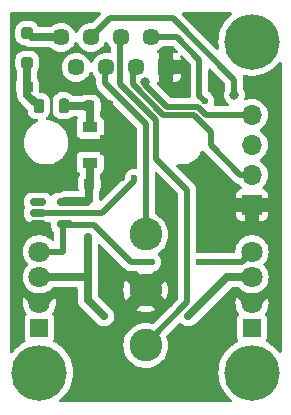
<source format=gbr>
%TF.GenerationSoftware,KiCad,Pcbnew,7.0.10*%
%TF.CreationDate,2025-01-30T23:30:39+01:00*%
%TF.ProjectId,Panel,50616e65-6c2e-46b6-9963-61645f706362,rev?*%
%TF.SameCoordinates,Original*%
%TF.FileFunction,Copper,L1,Top*%
%TF.FilePolarity,Positive*%
%FSLAX46Y46*%
G04 Gerber Fmt 4.6, Leading zero omitted, Abs format (unit mm)*
G04 Created by KiCad (PCBNEW 7.0.10) date 2025-01-30 23:30:39*
%MOMM*%
%LPD*%
G01*
G04 APERTURE LIST*
G04 Aperture macros list*
%AMRoundRect*
0 Rectangle with rounded corners*
0 $1 Rounding radius*
0 $2 $3 $4 $5 $6 $7 $8 $9 X,Y pos of 4 corners*
0 Add a 4 corners polygon primitive as box body*
4,1,4,$2,$3,$4,$5,$6,$7,$8,$9,$2,$3,0*
0 Add four circle primitives for the rounded corners*
1,1,$1+$1,$2,$3*
1,1,$1+$1,$4,$5*
1,1,$1+$1,$6,$7*
1,1,$1+$1,$8,$9*
0 Add four rect primitives between the rounded corners*
20,1,$1+$1,$2,$3,$4,$5,0*
20,1,$1+$1,$4,$5,$6,$7,0*
20,1,$1+$1,$6,$7,$8,$9,0*
20,1,$1+$1,$8,$9,$2,$3,0*%
%AMFreePoly0*
4,1,9,3.862500,-0.866500,0.737500,-0.866500,0.737500,-0.450000,-0.737500,-0.450000,-0.737500,0.450000,0.737500,0.450000,0.737500,0.866500,3.862500,0.866500,3.862500,-0.866500,3.862500,-0.866500,$1*%
G04 Aperture macros list end*
%TA.AperFunction,ComponentPad*%
%ADD10R,1.500000X1.500000*%
%TD*%
%TA.AperFunction,ComponentPad*%
%ADD11C,1.800000*%
%TD*%
%TA.AperFunction,ComponentPad*%
%ADD12C,2.775000*%
%TD*%
%TA.AperFunction,ComponentPad*%
%ADD13C,4.700000*%
%TD*%
%TA.AperFunction,SMDPad,CuDef*%
%ADD14R,1.300000X0.900000*%
%TD*%
%TA.AperFunction,SMDPad,CuDef*%
%ADD15FreePoly0,0.000000*%
%TD*%
%TA.AperFunction,SMDPad,CuDef*%
%ADD16RoundRect,0.250000X0.250000X-0.250000X0.250000X0.250000X-0.250000X0.250000X-0.250000X-0.250000X0*%
%TD*%
%TA.AperFunction,SMDPad,CuDef*%
%ADD17RoundRect,0.218750X-0.218750X-0.381250X0.218750X-0.381250X0.218750X0.381250X-0.218750X0.381250X0*%
%TD*%
%TA.AperFunction,SMDPad,CuDef*%
%ADD18RoundRect,0.225000X-0.225000X-0.250000X0.225000X-0.250000X0.225000X0.250000X-0.225000X0.250000X0*%
%TD*%
%TA.AperFunction,SMDPad,CuDef*%
%ADD19RoundRect,0.150000X-0.512500X-0.150000X0.512500X-0.150000X0.512500X0.150000X-0.512500X0.150000X0*%
%TD*%
%TA.AperFunction,ComponentPad*%
%ADD20R,1.700000X1.700000*%
%TD*%
%TA.AperFunction,ComponentPad*%
%ADD21O,1.700000X1.700000*%
%TD*%
%TA.AperFunction,ComponentPad*%
%ADD22R,1.446000X1.446000*%
%TD*%
%TA.AperFunction,ComponentPad*%
%ADD23C,1.446000*%
%TD*%
%TA.AperFunction,ViaPad*%
%ADD24C,0.600000*%
%TD*%
%TA.AperFunction,ViaPad*%
%ADD25C,0.800000*%
%TD*%
%TA.AperFunction,Conductor*%
%ADD26C,0.700000*%
%TD*%
%TA.AperFunction,Conductor*%
%ADD27C,0.500000*%
%TD*%
G04 APERTURE END LIST*
D10*
%TO.P,D3,1,DO*%
%TO.N,unconnected-(D3-DO-Pad1)*%
X171000000Y-94238500D03*
D11*
%TO.P,D3,2,GND*%
%TO.N,GND1*%
X171000000Y-92079500D03*
%TO.P,D3,3,VDD*%
%TO.N,+5V*%
X171000000Y-89920500D03*
%TO.P,D3,4,DI*%
%TO.N,OUT_1*%
X171000000Y-87761500D03*
%TD*%
D10*
%TO.P,D1,1,DO*%
%TO.N,unconnected-(D1-DO-Pad1)*%
X153000000Y-94238500D03*
D11*
%TO.P,D1,2,GND*%
%TO.N,GND1*%
X153000000Y-92079500D03*
%TO.P,D1,3,VDD*%
%TO.N,+5V*%
X153000000Y-89920500D03*
%TO.P,D1,4,DI*%
%TO.N,OUT_1*%
X153000000Y-87761500D03*
%TD*%
D12*
%TO.P,S1,1,NO*%
%TO.N,IN1*%
X162000000Y-95700000D03*
%TO.P,S1,2,COM*%
%TO.N,GND1*%
X162000000Y-91000000D03*
%TO.P,S1,3,NO*%
%TO.N,IN2*%
X162000000Y-86300000D03*
%TD*%
D13*
%TO.P,H3,1*%
%TO.N,N/C*%
X171000000Y-98000000D03*
%TD*%
D14*
%TO.P,U1,1,VIN*%
%TO.N,Net-(U1-VIN)*%
X157300000Y-77239000D03*
D15*
%TO.P,U1,2,GND*%
%TO.N,GND1*%
X157387500Y-78739000D03*
D14*
%TO.P,U1,3,VOUT*%
%TO.N,+5V*%
X157300000Y-80239000D03*
%TD*%
D16*
%TO.P,D2,1,K*%
%TO.N,Net-(D2-K)*%
X151970000Y-71750000D03*
%TO.P,D2,2,A*%
%TO.N,V_IN*%
X151970000Y-69250000D03*
%TD*%
D17*
%TO.P,L1,1,1*%
%TO.N,Net-(D2-K)*%
X152937500Y-75438000D03*
%TO.P,L1,2,2*%
%TO.N,Net-(U1-VIN)*%
X155062500Y-75438000D03*
%TD*%
D18*
%TO.P,C2,1*%
%TO.N,+5V*%
X157225000Y-82000000D03*
%TO.P,C2,2*%
%TO.N,GND1*%
X158775000Y-82000000D03*
%TD*%
%TO.P,C3,1*%
%TO.N,Net-(D2-K)*%
X151998000Y-73787000D03*
%TO.P,C3,2*%
%TO.N,GND1*%
X153548000Y-73787000D03*
%TD*%
D13*
%TO.P,H1,1*%
%TO.N,N/C*%
X171000000Y-70000000D03*
%TD*%
D19*
%TO.P,U2,1,NC*%
%TO.N,unconnected-(U2-NC-Pad1)*%
X152862500Y-83550000D03*
%TO.P,U2,2,A*%
%TO.N,OUT1*%
X152862500Y-84500000D03*
%TO.P,U2,3,GND*%
%TO.N,GND1*%
X152862500Y-85450000D03*
%TO.P,U2,4,Y*%
%TO.N,OUT_1*%
X155137500Y-85450000D03*
%TO.P,U2,5,VCC*%
%TO.N,+5V*%
X155137500Y-83550000D03*
%TD*%
D13*
%TO.P,H2,1*%
%TO.N,N/C*%
X153000000Y-98000000D03*
%TD*%
D18*
%TO.P,C1,1*%
%TO.N,Net-(U1-VIN)*%
X157225000Y-75438000D03*
%TO.P,C1,2*%
%TO.N,GND1*%
X158775000Y-75438000D03*
%TD*%
D20*
%TO.P,J2,1,Pin_1*%
%TO.N,GND1*%
X171000000Y-83800000D03*
D21*
%TO.P,J2,2,Pin_2*%
%TO.N,OUT2*%
X171000000Y-81260000D03*
%TO.P,J2,3,Pin_3*%
%TO.N,IN3*%
X171000000Y-78720000D03*
%TO.P,J2,4,Pin_4*%
%TO.N,IN4*%
X171000000Y-76180000D03*
%TD*%
D22*
%TO.P,J1,1*%
%TO.N,GND1*%
X163730000Y-72150000D03*
D23*
%TO.P,J1,2*%
%TO.N,OUT1*%
X162460000Y-69610000D03*
%TO.P,J1,3*%
%TO.N,OUT2*%
X161190000Y-72150000D03*
%TO.P,J1,4*%
%TO.N,IN1*%
X159920000Y-69610000D03*
%TO.P,J1,5*%
%TO.N,IN2*%
X158650000Y-72150000D03*
%TO.P,J1,6*%
%TO.N,IN3*%
X157380000Y-69610000D03*
%TO.P,J1,7*%
%TO.N,IN4*%
X156110000Y-72150000D03*
%TO.P,J1,8*%
%TO.N,V_IN*%
X154840000Y-69610000D03*
%TD*%
D24*
%TO.N,GND1*%
X151000000Y-77000000D03*
X168000000Y-68000000D03*
X151000000Y-84500000D03*
X173000000Y-91000000D03*
X173000000Y-94000000D03*
X168000000Y-82500000D03*
X159000000Y-80500000D03*
X164076000Y-89662000D03*
X159000000Y-76500000D03*
X164250000Y-83000000D03*
X156000000Y-97000000D03*
X153250000Y-68000000D03*
X160000000Y-81500000D03*
X154424000Y-73787000D03*
X160000000Y-80500000D03*
X151000000Y-94000000D03*
X159000000Y-97000000D03*
X151000000Y-80750000D03*
X173000000Y-73000000D03*
X163250000Y-83000000D03*
X173000000Y-80500000D03*
X159000000Y-77500000D03*
X160000000Y-77500000D03*
X173000000Y-77000000D03*
X151000000Y-88000000D03*
X168000000Y-94000000D03*
X163700000Y-73800000D03*
X173000000Y-83750000D03*
X168000000Y-73500000D03*
X160012000Y-89662000D03*
X165300000Y-73800000D03*
X165000000Y-97000000D03*
X153535000Y-72898000D03*
X151000000Y-86000000D03*
X160012000Y-92202000D03*
X168000000Y-97000000D03*
X173000000Y-88000000D03*
X151000000Y-91000000D03*
X164076000Y-92202000D03*
X161000000Y-80500000D03*
X169000000Y-83750000D03*
X165300000Y-72135000D03*
%TO.N,+5V*%
X165600000Y-93218000D03*
X158488000Y-93218000D03*
X157085600Y-83500000D03*
X157085600Y-86500000D03*
%TO.N,OUT1*%
X167000000Y-75000000D03*
X161028000Y-81534000D03*
D25*
%TO.N,IN3*%
X169500000Y-74500000D03*
%TO.N,IN4*%
X161950000Y-73398959D03*
D24*
%TO.N,OUT_1*%
X162500000Y-88646000D03*
X166500000Y-88646000D03*
%TD*%
D26*
%TO.N,+5V*%
X157225000Y-82000000D02*
X157225000Y-83360600D01*
X157035600Y-83550000D02*
X155137500Y-83550000D01*
X157225000Y-83360600D02*
X157035600Y-83550000D01*
X157300000Y-80239000D02*
X157300000Y-81925000D01*
X157300000Y-81925000D02*
X157225000Y-82000000D01*
X157085600Y-86500000D02*
X157085600Y-91815600D01*
X157085600Y-91815600D02*
X158488000Y-93218000D01*
D27*
%TO.N,OUT_1*%
X162500000Y-88646000D02*
X160774000Y-88646000D01*
X155187500Y-85500000D02*
X155137500Y-85450000D01*
X160774000Y-88646000D02*
X157628000Y-85500000D01*
X157628000Y-85500000D02*
X155187500Y-85500000D01*
X155137500Y-85450000D02*
X155000000Y-85587500D01*
X155000000Y-85587500D02*
X155000000Y-87761500D01*
X155000000Y-87761500D02*
X153000000Y-87761500D01*
%TO.N,OUT1*%
X161028000Y-81534000D02*
X161028000Y-81746000D01*
X158274000Y-84500000D02*
X152862500Y-84500000D01*
X161028000Y-81746000D02*
X158274000Y-84500000D01*
D26*
%TO.N,+5V*%
X157085600Y-83500000D02*
X155187500Y-83500000D01*
X155187500Y-83500000D02*
X155137500Y-83550000D01*
X157085600Y-90000000D02*
X157006100Y-89920500D01*
X157006100Y-89920500D02*
X153000000Y-89920500D01*
D27*
%TO.N,OUT_1*%
X166500000Y-88646000D02*
X170115500Y-88646000D01*
X170115500Y-88646000D02*
X171000000Y-87761500D01*
D26*
%TO.N,+5V*%
X165600000Y-93218000D02*
X168897500Y-89920500D01*
X168897500Y-89920500D02*
X170555500Y-89920500D01*
X170555500Y-89920500D02*
X171000000Y-90365000D01*
%TO.N,GND1*%
X158775000Y-78046000D02*
X158775000Y-75437000D01*
X158082000Y-78739000D02*
X158775000Y-78046000D01*
X157387500Y-78739000D02*
X158082000Y-78739000D01*
D27*
%TO.N,OUT1*%
X166551167Y-71507367D02*
X164653800Y-69610000D01*
X164653800Y-69610000D02*
X162460000Y-69610000D01*
X166551167Y-74551167D02*
X166551167Y-71507367D01*
X167000000Y-75000000D02*
X166551167Y-74551167D01*
D26*
%TO.N,Net-(D2-K)*%
X151970000Y-74470500D02*
X152937500Y-75438000D01*
X151970000Y-72150000D02*
X151970000Y-74470500D01*
%TO.N,V_IN*%
X152330000Y-69610000D02*
X154555000Y-69610000D01*
X151970000Y-69250000D02*
X152330000Y-69610000D01*
D27*
%TO.N,IN1*%
X165500000Y-92048000D02*
X162348000Y-95200000D01*
X159823000Y-73561800D02*
X162750000Y-76488800D01*
X165500000Y-82500000D02*
X165500000Y-92048000D01*
X162750000Y-76500000D02*
X162875000Y-76625000D01*
X162875000Y-76625000D02*
X162875000Y-79875000D01*
X162750000Y-76488800D02*
X162750000Y-76500000D01*
X162348000Y-95200000D02*
X162000000Y-95200000D01*
X162875000Y-79875000D02*
X165500000Y-82500000D01*
X159635000Y-69610000D02*
X159823000Y-69798000D01*
X159823000Y-69798000D02*
X159823000Y-73561800D01*
%TO.N,IN2*%
X158574000Y-73505950D02*
X162000000Y-76931950D01*
X158574000Y-72359000D02*
X158574000Y-73505950D01*
X162000000Y-76931950D02*
X162000000Y-85800000D01*
X158365000Y-72150000D02*
X158574000Y-72359000D01*
%TO.N,IN3*%
X169500000Y-73200000D02*
X164300000Y-68000000D01*
X169500000Y-74500000D02*
X169500000Y-73200000D01*
X164300000Y-68000000D02*
X158990000Y-68000000D01*
X158990000Y-68000000D02*
X157380000Y-69610000D01*
%TO.N,IN4*%
X163800000Y-75500000D02*
X166389949Y-75500000D01*
X166389949Y-75500000D02*
X167089949Y-76200000D01*
X170980000Y-76200000D02*
X171000000Y-76180000D01*
X161950000Y-73650000D02*
X163800000Y-75500000D01*
X167089949Y-76200000D02*
X170980000Y-76200000D01*
X161950000Y-73398959D02*
X161950000Y-73650000D01*
D26*
%TO.N,Net-(U1-VIN)*%
X157225000Y-75437000D02*
X157250000Y-75462000D01*
X157250000Y-75462000D02*
X157250000Y-77189000D01*
X157250000Y-77189000D02*
X157300000Y-77239000D01*
X155063500Y-75057000D02*
X155063500Y-75437000D01*
X155063500Y-75437000D02*
X157225000Y-75437000D01*
D27*
%TO.N,OUT2*%
X163500000Y-76200000D02*
X160900000Y-73600000D01*
X160900000Y-73600000D02*
X160900000Y-72440000D01*
X170000000Y-81260000D02*
X167500000Y-78760000D01*
X167500000Y-78760000D02*
X167500000Y-77600000D01*
X171000000Y-81260000D02*
X170000000Y-81260000D01*
X166100000Y-76200000D02*
X163500000Y-76200000D01*
X167500000Y-77600000D02*
X166100000Y-76200000D01*
X160900000Y-72440000D02*
X161190000Y-72150000D01*
%TD*%
%TA.AperFunction,Conductor*%
%TO.N,GND1*%
G36*
X158195810Y-67520185D02*
G01*
X158241565Y-67572989D01*
X158251509Y-67642147D01*
X158222484Y-67705703D01*
X158216452Y-67712181D01*
X157574272Y-68354358D01*
X157512949Y-68387843D01*
X157475785Y-68390205D01*
X157380003Y-68381826D01*
X157379999Y-68381826D01*
X157166734Y-68400484D01*
X157166724Y-68400486D01*
X156959947Y-68455891D01*
X156959938Y-68455895D01*
X156765912Y-68546370D01*
X156765908Y-68546372D01*
X156590549Y-68669160D01*
X156590543Y-68669165D01*
X156439165Y-68820543D01*
X156439160Y-68820549D01*
X156316372Y-68995908D01*
X156316370Y-68995912D01*
X156223606Y-69194847D01*
X156222143Y-69194165D01*
X156185087Y-69244485D01*
X156119816Y-69269415D01*
X156051429Y-69255099D01*
X156001637Y-69206083D01*
X155996486Y-69194803D01*
X155996394Y-69194847D01*
X155916456Y-69023419D01*
X155903630Y-68995913D01*
X155903628Y-68995910D01*
X155903627Y-68995908D01*
X155780839Y-68820549D01*
X155780834Y-68820543D01*
X155629456Y-68669165D01*
X155629450Y-68669160D01*
X155454091Y-68546372D01*
X155454087Y-68546370D01*
X155260060Y-68455894D01*
X155260056Y-68455893D01*
X155260052Y-68455891D01*
X155053275Y-68400486D01*
X155053265Y-68400484D01*
X154840001Y-68381826D01*
X154839999Y-68381826D01*
X154626734Y-68400484D01*
X154626724Y-68400486D01*
X154419947Y-68455891D01*
X154419938Y-68455895D01*
X154225912Y-68546370D01*
X154225908Y-68546372D01*
X154050549Y-68669160D01*
X154050543Y-68669165D01*
X153996528Y-68723181D01*
X153935205Y-68756666D01*
X153908847Y-68759500D01*
X153020478Y-68759500D01*
X152953439Y-68739815D01*
X152907684Y-68687011D01*
X152907213Y-68685813D01*
X152904815Y-68680670D01*
X152904814Y-68680666D01*
X152812712Y-68531344D01*
X152688656Y-68407288D01*
X152539334Y-68315186D01*
X152372797Y-68260001D01*
X152372795Y-68260000D01*
X152270010Y-68249500D01*
X151669998Y-68249500D01*
X151669980Y-68249501D01*
X151567203Y-68260000D01*
X151567200Y-68260001D01*
X151400668Y-68315185D01*
X151400663Y-68315187D01*
X151251342Y-68407289D01*
X151127289Y-68531342D01*
X151035187Y-68680663D01*
X151035186Y-68680666D01*
X150980001Y-68847203D01*
X150980001Y-68847204D01*
X150980000Y-68847204D01*
X150969500Y-68949983D01*
X150969500Y-69550001D01*
X150969501Y-69550019D01*
X150980000Y-69652796D01*
X150980001Y-69652799D01*
X151035185Y-69819331D01*
X151035186Y-69819334D01*
X151127288Y-69968656D01*
X151251344Y-70092712D01*
X151400666Y-70184814D01*
X151567203Y-70239999D01*
X151669991Y-70250500D01*
X151725400Y-70250499D01*
X151792439Y-70270182D01*
X151800440Y-70275781D01*
X151804805Y-70279099D01*
X151807412Y-70281137D01*
X151858484Y-70322191D01*
X151869247Y-70330843D01*
X151870211Y-70331459D01*
X151887969Y-70342473D01*
X151888931Y-70343051D01*
X151888933Y-70343052D01*
X151888936Y-70343054D01*
X151960913Y-70376354D01*
X151963912Y-70377791D01*
X152034983Y-70413039D01*
X152036019Y-70413419D01*
X152055853Y-70420402D01*
X152056830Y-70420730D01*
X152056833Y-70420732D01*
X152056835Y-70420732D01*
X152056837Y-70420733D01*
X152134253Y-70437773D01*
X152137514Y-70438536D01*
X152214506Y-70457684D01*
X152214508Y-70457684D01*
X152214512Y-70457685D01*
X152215604Y-70457833D01*
X152236375Y-70460377D01*
X152237502Y-70460499D01*
X152237503Y-70460500D01*
X152316773Y-70460500D01*
X152320130Y-70460545D01*
X152399432Y-70462693D01*
X152399432Y-70462692D01*
X152399435Y-70462693D01*
X152400479Y-70462608D01*
X152422648Y-70460500D01*
X153908847Y-70460500D01*
X153975886Y-70480185D01*
X153996528Y-70496819D01*
X154050543Y-70550834D01*
X154050549Y-70550839D01*
X154225908Y-70673627D01*
X154225910Y-70673628D01*
X154225913Y-70673630D01*
X154419940Y-70764106D01*
X154626730Y-70819515D01*
X154797346Y-70834442D01*
X154839999Y-70838174D01*
X154840000Y-70838174D01*
X154840001Y-70838174D01*
X154876884Y-70834947D01*
X155053270Y-70819515D01*
X155260060Y-70764106D01*
X155454087Y-70673630D01*
X155629455Y-70550836D01*
X155780836Y-70399455D01*
X155903630Y-70224087D01*
X155994106Y-70030060D01*
X155994106Y-70030059D01*
X155996394Y-70025153D01*
X155997858Y-70025835D01*
X156034904Y-69975521D01*
X156100172Y-69950585D01*
X156168561Y-69964894D01*
X156218357Y-70013906D01*
X156223513Y-70025196D01*
X156223606Y-70025153D01*
X156316370Y-70224087D01*
X156316372Y-70224091D01*
X156439160Y-70399450D01*
X156439165Y-70399456D01*
X156590543Y-70550834D01*
X156590549Y-70550839D01*
X156765908Y-70673627D01*
X156765910Y-70673628D01*
X156765913Y-70673630D01*
X156959940Y-70764106D01*
X157166730Y-70819515D01*
X157337346Y-70834442D01*
X157379999Y-70838174D01*
X157380000Y-70838174D01*
X157380001Y-70838174D01*
X157416884Y-70834947D01*
X157593270Y-70819515D01*
X157800060Y-70764106D01*
X157994087Y-70673630D01*
X158169455Y-70550836D01*
X158320836Y-70399455D01*
X158443630Y-70224087D01*
X158534106Y-70030060D01*
X158534106Y-70030059D01*
X158536394Y-70025153D01*
X158537858Y-70025835D01*
X158574904Y-69975521D01*
X158640172Y-69950585D01*
X158708561Y-69964894D01*
X158758357Y-70013906D01*
X158763513Y-70025196D01*
X158763606Y-70025153D01*
X158856370Y-70224087D01*
X158856372Y-70224091D01*
X158979160Y-70399450D01*
X158979165Y-70399456D01*
X159036181Y-70456472D01*
X159069666Y-70517795D01*
X159072500Y-70544153D01*
X159072500Y-70834947D01*
X159052815Y-70901986D01*
X159000011Y-70947741D01*
X158930853Y-70957685D01*
X158916409Y-70954722D01*
X158863281Y-70940487D01*
X158863265Y-70940484D01*
X158650001Y-70921826D01*
X158649999Y-70921826D01*
X158436734Y-70940484D01*
X158436724Y-70940486D01*
X158229947Y-70995891D01*
X158229938Y-70995895D01*
X158035912Y-71086370D01*
X158035908Y-71086372D01*
X157860549Y-71209160D01*
X157860543Y-71209165D01*
X157709165Y-71360543D01*
X157709160Y-71360549D01*
X157586372Y-71535908D01*
X157586370Y-71535912D01*
X157586370Y-71535913D01*
X157500545Y-71719967D01*
X157493606Y-71734847D01*
X157492143Y-71734165D01*
X157455087Y-71784485D01*
X157389816Y-71809415D01*
X157321429Y-71795099D01*
X157271637Y-71746083D01*
X157266486Y-71734803D01*
X157266394Y-71734847D01*
X157264105Y-71729938D01*
X157173630Y-71535913D01*
X157173628Y-71535910D01*
X157173627Y-71535908D01*
X157050839Y-71360549D01*
X157050834Y-71360543D01*
X156899456Y-71209165D01*
X156899450Y-71209160D01*
X156724091Y-71086372D01*
X156724087Y-71086370D01*
X156644860Y-71049426D01*
X156530060Y-70995894D01*
X156530056Y-70995893D01*
X156530052Y-70995891D01*
X156323275Y-70940486D01*
X156323265Y-70940484D01*
X156110001Y-70921826D01*
X156109999Y-70921826D01*
X155896734Y-70940484D01*
X155896724Y-70940486D01*
X155689947Y-70995891D01*
X155689938Y-70995895D01*
X155495912Y-71086370D01*
X155495908Y-71086372D01*
X155320549Y-71209160D01*
X155320543Y-71209165D01*
X155169165Y-71360543D01*
X155169160Y-71360549D01*
X155046372Y-71535908D01*
X155046370Y-71535912D01*
X155046370Y-71535913D01*
X154960545Y-71719967D01*
X154955895Y-71729938D01*
X154955891Y-71729947D01*
X154900486Y-71936724D01*
X154900484Y-71936734D01*
X154881826Y-72149999D01*
X154881826Y-72150000D01*
X154900484Y-72363265D01*
X154900486Y-72363275D01*
X154955891Y-72570052D01*
X154955893Y-72570056D01*
X154955894Y-72570060D01*
X155028643Y-72726071D01*
X155046370Y-72764087D01*
X155046372Y-72764091D01*
X155169160Y-72939450D01*
X155169165Y-72939456D01*
X155320543Y-73090834D01*
X155320549Y-73090839D01*
X155495908Y-73213627D01*
X155495910Y-73213628D01*
X155495913Y-73213630D01*
X155689940Y-73304106D01*
X155896730Y-73359515D01*
X156050862Y-73373000D01*
X156109999Y-73378174D01*
X156110000Y-73378174D01*
X156110001Y-73378174D01*
X156165526Y-73373316D01*
X156323270Y-73359515D01*
X156530060Y-73304106D01*
X156724087Y-73213630D01*
X156899455Y-73090836D01*
X157050836Y-72939455D01*
X157173630Y-72764087D01*
X157264106Y-72570060D01*
X157264106Y-72570059D01*
X157266394Y-72565153D01*
X157267858Y-72565835D01*
X157304904Y-72515521D01*
X157370172Y-72490585D01*
X157438561Y-72504894D01*
X157488357Y-72553906D01*
X157493513Y-72565196D01*
X157493606Y-72565153D01*
X157495893Y-72570059D01*
X157495894Y-72570060D01*
X157563156Y-72714304D01*
X157586370Y-72764087D01*
X157586372Y-72764091D01*
X157709160Y-72939450D01*
X157709165Y-72939456D01*
X157787181Y-73017472D01*
X157820666Y-73078795D01*
X157823500Y-73105153D01*
X157823500Y-73442244D01*
X157822191Y-73460213D01*
X157818710Y-73483975D01*
X157823028Y-73533318D01*
X157823500Y-73544126D01*
X157823500Y-73549661D01*
X157827098Y-73580445D01*
X157827464Y-73584033D01*
X157834000Y-73658741D01*
X157835461Y-73665817D01*
X157835403Y-73665828D01*
X157837034Y-73673187D01*
X157837092Y-73673174D01*
X157838757Y-73680199D01*
X157864400Y-73750655D01*
X157865582Y-73754057D01*
X157889182Y-73825276D01*
X157892236Y-73831824D01*
X157892182Y-73831848D01*
X157895470Y-73838638D01*
X157895521Y-73838613D01*
X157898761Y-73845064D01*
X157939979Y-73907734D01*
X157941889Y-73910732D01*
X157972972Y-73961124D01*
X157981289Y-73974608D01*
X157985766Y-73980269D01*
X157985719Y-73980306D01*
X157990482Y-73986152D01*
X157990528Y-73986114D01*
X157995173Y-73991649D01*
X158049708Y-74043100D01*
X158052296Y-74045614D01*
X161213181Y-77206498D01*
X161246666Y-77267821D01*
X161249500Y-77294179D01*
X161249500Y-80614635D01*
X161229815Y-80681674D01*
X161177011Y-80727429D01*
X161111618Y-80737855D01*
X161028005Y-80728435D01*
X161027996Y-80728435D01*
X160848750Y-80748630D01*
X160848745Y-80748631D01*
X160678476Y-80808211D01*
X160525737Y-80904184D01*
X160398184Y-81031737D01*
X160302210Y-81184478D01*
X160242630Y-81354750D01*
X160232854Y-81441518D01*
X160205787Y-81505932D01*
X160197315Y-81515315D01*
X158288184Y-83424446D01*
X158226861Y-83457931D01*
X158157169Y-83452947D01*
X158101236Y-83411075D01*
X158076819Y-83345611D01*
X158076549Y-83333405D01*
X158077693Y-83291171D01*
X158077608Y-83290120D01*
X158075500Y-83267952D01*
X158075500Y-82653043D01*
X158093962Y-82587945D01*
X158095244Y-82585867D01*
X158112003Y-82558697D01*
X158165349Y-82397708D01*
X158175500Y-82298345D01*
X158175499Y-81701656D01*
X158165349Y-81602292D01*
X158156794Y-81576474D01*
X158150500Y-81537470D01*
X158150500Y-81226180D01*
X158170185Y-81159141D01*
X158200187Y-81126914D01*
X158307546Y-81046546D01*
X158393796Y-80931331D01*
X158444091Y-80796483D01*
X158450500Y-80736873D01*
X158450499Y-79741128D01*
X158444091Y-79681517D01*
X158411524Y-79594201D01*
X158393797Y-79546671D01*
X158393793Y-79546664D01*
X158307547Y-79431455D01*
X158307544Y-79431452D01*
X158192335Y-79345206D01*
X158192328Y-79345202D01*
X158057482Y-79294908D01*
X158057483Y-79294908D01*
X157997883Y-79288501D01*
X157997881Y-79288500D01*
X157997873Y-79288500D01*
X157997864Y-79288500D01*
X156602129Y-79288500D01*
X156602123Y-79288501D01*
X156542516Y-79294908D01*
X156407671Y-79345202D01*
X156407664Y-79345206D01*
X156292455Y-79431452D01*
X156292452Y-79431455D01*
X156206206Y-79546664D01*
X156206202Y-79546671D01*
X156155908Y-79681517D01*
X156149501Y-79741116D01*
X156149501Y-79741123D01*
X156149500Y-79741135D01*
X156149500Y-80736870D01*
X156149501Y-80736876D01*
X156155908Y-80796483D01*
X156206202Y-80931328D01*
X156206206Y-80931335D01*
X156292452Y-81046544D01*
X156292455Y-81046547D01*
X156399466Y-81126656D01*
X156441337Y-81182589D01*
X156446321Y-81252281D01*
X156430693Y-81291019D01*
X156338001Y-81441294D01*
X156337996Y-81441305D01*
X156284651Y-81602290D01*
X156274500Y-81701647D01*
X156274500Y-82298337D01*
X156274501Y-82298355D01*
X156284650Y-82397707D01*
X156284651Y-82397710D01*
X156314072Y-82486496D01*
X156316474Y-82556325D01*
X156280742Y-82616366D01*
X156218221Y-82647559D01*
X156196366Y-82649500D01*
X155227106Y-82649500D01*
X155217043Y-82649091D01*
X155212819Y-82648747D01*
X155164334Y-82644798D01*
X155164326Y-82644799D01*
X155085765Y-82655502D01*
X155082436Y-82655910D01*
X155021552Y-82662532D01*
X155003590Y-82664486D01*
X155003586Y-82664487D01*
X155002631Y-82664697D01*
X154981971Y-82669538D01*
X154981038Y-82669770D01*
X154906604Y-82697115D01*
X154903443Y-82698228D01*
X154828273Y-82723558D01*
X154827296Y-82724010D01*
X154808209Y-82733156D01*
X154801365Y-82736552D01*
X154800031Y-82733864D01*
X154746213Y-82749500D01*
X154559298Y-82749500D01*
X154522432Y-82752401D01*
X154522426Y-82752402D01*
X154364606Y-82798254D01*
X154364603Y-82798255D01*
X154223137Y-82881917D01*
X154223129Y-82881923D01*
X154106923Y-82998129D01*
X154106914Y-82998140D01*
X154106729Y-82998455D01*
X154106519Y-82998650D01*
X154102139Y-83004298D01*
X154101227Y-83003591D01*
X154055657Y-83046136D01*
X153986915Y-83058637D01*
X153922327Y-83031988D01*
X153898143Y-83004078D01*
X153897861Y-83004298D01*
X153893823Y-82999092D01*
X153893271Y-82998455D01*
X153893085Y-82998140D01*
X153893076Y-82998129D01*
X153776870Y-82881923D01*
X153776862Y-82881917D01*
X153635396Y-82798255D01*
X153635393Y-82798254D01*
X153477573Y-82752402D01*
X153477567Y-82752401D01*
X153440701Y-82749500D01*
X153440694Y-82749500D01*
X152284306Y-82749500D01*
X152284298Y-82749500D01*
X152247432Y-82752401D01*
X152247426Y-82752402D01*
X152089606Y-82798254D01*
X152089603Y-82798255D01*
X151948137Y-82881917D01*
X151948129Y-82881923D01*
X151831923Y-82998129D01*
X151831917Y-82998137D01*
X151748255Y-83139603D01*
X151748254Y-83139606D01*
X151702402Y-83297426D01*
X151702401Y-83297432D01*
X151699500Y-83334298D01*
X151699500Y-83765701D01*
X151702401Y-83802567D01*
X151702402Y-83802573D01*
X151748254Y-83960393D01*
X151748254Y-83960394D01*
X151748255Y-83960396D01*
X151748256Y-83960398D01*
X151749133Y-83961881D01*
X151749466Y-83963195D01*
X151751353Y-83967554D01*
X151750649Y-83967858D01*
X151766315Y-84029604D01*
X151750861Y-84082233D01*
X151751353Y-84082446D01*
X151749630Y-84086426D01*
X151749133Y-84088118D01*
X151748506Y-84089177D01*
X151748254Y-84089605D01*
X151748254Y-84089606D01*
X151702402Y-84247426D01*
X151702401Y-84247432D01*
X151699500Y-84284298D01*
X151699500Y-84715701D01*
X151702401Y-84752567D01*
X151702402Y-84752573D01*
X151748254Y-84910393D01*
X151748255Y-84910396D01*
X151831917Y-85051862D01*
X151831923Y-85051870D01*
X151948129Y-85168076D01*
X151948133Y-85168079D01*
X151948135Y-85168081D01*
X152089602Y-85251744D01*
X152102269Y-85255424D01*
X152247426Y-85297597D01*
X152247429Y-85297597D01*
X152247431Y-85297598D01*
X152284306Y-85300500D01*
X152284314Y-85300500D01*
X153440686Y-85300500D01*
X153440694Y-85300500D01*
X153477569Y-85297598D01*
X153477571Y-85297597D01*
X153477573Y-85297597D01*
X153622733Y-85255424D01*
X153657328Y-85250500D01*
X153850500Y-85250500D01*
X153917539Y-85270185D01*
X153963294Y-85322989D01*
X153974500Y-85374500D01*
X153974500Y-85665701D01*
X153977401Y-85702567D01*
X153977402Y-85702573D01*
X154023254Y-85860393D01*
X154023255Y-85860396D01*
X154106917Y-86001862D01*
X154106923Y-86001870D01*
X154213181Y-86108128D01*
X154246666Y-86169451D01*
X154249500Y-86195809D01*
X154249500Y-86733209D01*
X154229815Y-86800248D01*
X154177011Y-86846003D01*
X154107853Y-86855947D01*
X154044297Y-86826922D01*
X154034278Y-86817199D01*
X153951784Y-86727587D01*
X153951779Y-86727583D01*
X153951777Y-86727581D01*
X153768634Y-86585035D01*
X153768628Y-86585031D01*
X153564504Y-86474564D01*
X153564495Y-86474561D01*
X153344984Y-86399202D01*
X153173282Y-86370550D01*
X153116049Y-86361000D01*
X152883951Y-86361000D01*
X152838164Y-86368640D01*
X152655015Y-86399202D01*
X152435504Y-86474561D01*
X152435495Y-86474564D01*
X152231371Y-86585031D01*
X152231365Y-86585035D01*
X152048222Y-86727581D01*
X152048219Y-86727584D01*
X151891016Y-86898352D01*
X151764075Y-87092651D01*
X151670842Y-87305199D01*
X151613866Y-87530191D01*
X151613864Y-87530202D01*
X151594700Y-87761493D01*
X151594700Y-87761506D01*
X151613864Y-87992797D01*
X151613866Y-87992808D01*
X151670842Y-88217800D01*
X151764075Y-88430348D01*
X151854124Y-88568178D01*
X151891021Y-88624653D01*
X151910675Y-88646003D01*
X152012870Y-88757018D01*
X152043792Y-88819673D01*
X152035931Y-88889099D01*
X152012870Y-88924982D01*
X151891019Y-89057349D01*
X151764075Y-89251651D01*
X151670842Y-89464199D01*
X151613866Y-89689191D01*
X151613864Y-89689202D01*
X151594700Y-89920493D01*
X151594700Y-89920506D01*
X151613864Y-90151797D01*
X151613866Y-90151808D01*
X151670842Y-90376800D01*
X151764075Y-90589348D01*
X151891016Y-90783647D01*
X151891019Y-90783651D01*
X151891021Y-90783653D01*
X152048216Y-90954413D01*
X152048219Y-90954415D01*
X152048222Y-90954418D01*
X152231365Y-91096964D01*
X152231371Y-91096968D01*
X152231374Y-91096970D01*
X152435497Y-91207436D01*
X152549487Y-91246568D01*
X152655015Y-91282797D01*
X152655017Y-91282797D01*
X152655019Y-91282798D01*
X152883951Y-91321000D01*
X152883952Y-91321000D01*
X153116048Y-91321000D01*
X153116049Y-91321000D01*
X153344981Y-91282798D01*
X153564503Y-91207436D01*
X153768626Y-91096970D01*
X153797888Y-91074195D01*
X153893212Y-91000001D01*
X153951784Y-90954413D01*
X154083789Y-90811015D01*
X154143675Y-90775027D01*
X154175018Y-90771000D01*
X156111100Y-90771000D01*
X156178139Y-90790685D01*
X156223894Y-90843489D01*
X156235100Y-90895000D01*
X156235100Y-91775992D01*
X156234691Y-91786056D01*
X156230398Y-91838764D01*
X156241102Y-91917332D01*
X156241510Y-91920662D01*
X156250086Y-91999512D01*
X156250310Y-92000530D01*
X156255125Y-92021073D01*
X156255374Y-92022071D01*
X156282713Y-92096491D01*
X156283827Y-92099653D01*
X156288496Y-92113508D01*
X156309156Y-92174821D01*
X156309157Y-92174823D01*
X156309158Y-92174825D01*
X156309601Y-92175785D01*
X156318746Y-92194866D01*
X156319164Y-92195709D01*
X156319167Y-92195714D01*
X156319168Y-92195716D01*
X156361867Y-92262518D01*
X156363636Y-92265371D01*
X156404527Y-92333333D01*
X156405138Y-92334136D01*
X156418178Y-92350816D01*
X156418797Y-92351586D01*
X156418799Y-92351588D01*
X156418800Y-92351589D01*
X156474903Y-92407692D01*
X156477209Y-92410062D01*
X156531751Y-92467641D01*
X156531755Y-92467643D01*
X156532583Y-92468347D01*
X156549719Y-92482508D01*
X157919212Y-93852001D01*
X158027246Y-93938842D01*
X158075407Y-93962727D01*
X158192972Y-94021033D01*
X158192976Y-94021034D01*
X158192979Y-94021036D01*
X158192980Y-94021036D01*
X158192982Y-94021037D01*
X158252464Y-94035830D01*
X158372505Y-94065684D01*
X158557432Y-94070693D01*
X158739113Y-94035831D01*
X158909051Y-93962729D01*
X159059302Y-93854804D01*
X159182840Y-93717103D01*
X159273888Y-93556064D01*
X159328187Y-93379217D01*
X159343201Y-93194833D01*
X159318227Y-93011532D01*
X159254432Y-92837884D01*
X159154800Y-92682011D01*
X157972419Y-91499630D01*
X157938934Y-91438307D01*
X157936100Y-91411949D01*
X157936100Y-90039606D01*
X157936509Y-90029541D01*
X157940801Y-89976835D01*
X157937235Y-89950658D01*
X157936100Y-89933920D01*
X157936100Y-87168830D01*
X157955785Y-87101791D01*
X158008589Y-87056036D01*
X158077747Y-87046092D01*
X158141303Y-87075117D01*
X158147781Y-87081149D01*
X160198270Y-89131638D01*
X160210051Y-89145270D01*
X160224388Y-89164528D01*
X160262337Y-89196372D01*
X160270310Y-89203679D01*
X160274217Y-89207586D01*
X160274223Y-89207591D01*
X160298537Y-89226816D01*
X160301318Y-89229080D01*
X160328217Y-89251651D01*
X160358789Y-89277305D01*
X160364818Y-89281270D01*
X160364785Y-89281319D01*
X160371147Y-89285372D01*
X160371179Y-89285321D01*
X160377319Y-89289108D01*
X160377323Y-89289111D01*
X160415977Y-89307135D01*
X160445320Y-89320819D01*
X160448566Y-89322391D01*
X160515562Y-89356038D01*
X160522357Y-89358511D01*
X160522336Y-89358567D01*
X160529457Y-89361043D01*
X160529476Y-89360986D01*
X160536319Y-89363253D01*
X160536327Y-89363257D01*
X160609895Y-89378447D01*
X160613228Y-89379186D01*
X160686279Y-89396500D01*
X160686281Y-89396500D01*
X160686285Y-89396501D01*
X160693453Y-89397339D01*
X160693446Y-89397398D01*
X160700944Y-89398164D01*
X160700950Y-89398105D01*
X160708139Y-89398734D01*
X160708143Y-89398733D01*
X160708144Y-89398734D01*
X160783130Y-89396552D01*
X160786737Y-89396500D01*
X161193666Y-89396500D01*
X161260705Y-89416185D01*
X161281347Y-89432819D01*
X161926190Y-90077662D01*
X161806622Y-90090230D01*
X161621696Y-90150316D01*
X161453304Y-90247537D01*
X161308805Y-90377645D01*
X161194514Y-90534952D01*
X161115427Y-90712585D01*
X161075000Y-90902779D01*
X161075000Y-90923527D01*
X160309301Y-90157828D01*
X160309301Y-90157829D01*
X160278684Y-90213900D01*
X160278682Y-90213905D01*
X160184329Y-90466876D01*
X160126940Y-90730689D01*
X160107679Y-90999998D01*
X160107679Y-91000001D01*
X160126940Y-91269310D01*
X160184329Y-91533123D01*
X160278684Y-91786100D01*
X160278686Y-91786104D01*
X160309300Y-91842169D01*
X160309301Y-91842169D01*
X161075000Y-91076471D01*
X161075000Y-91097221D01*
X161115427Y-91287415D01*
X161194514Y-91465047D01*
X161308805Y-91622355D01*
X161453304Y-91752463D01*
X161621696Y-91849684D01*
X161806622Y-91909770D01*
X161926190Y-91922337D01*
X161157828Y-92690698D01*
X161213900Y-92721315D01*
X161213905Y-92721317D01*
X161466876Y-92815670D01*
X161730689Y-92873059D01*
X161999999Y-92892321D01*
X162000001Y-92892321D01*
X162269310Y-92873059D01*
X162533123Y-92815670D01*
X162786100Y-92721315D01*
X162786104Y-92721313D01*
X162842169Y-92690698D01*
X162842170Y-92690698D01*
X162073809Y-91922337D01*
X162193378Y-91909770D01*
X162378304Y-91849684D01*
X162546696Y-91752463D01*
X162691195Y-91622355D01*
X162805486Y-91465048D01*
X162884573Y-91287415D01*
X162925000Y-91097221D01*
X162925000Y-91076472D01*
X163690698Y-91842170D01*
X163690698Y-91842169D01*
X163721313Y-91786104D01*
X163721315Y-91786100D01*
X163815670Y-91533123D01*
X163873059Y-91269310D01*
X163892321Y-91000001D01*
X163892321Y-90999998D01*
X163873059Y-90730689D01*
X163815670Y-90466876D01*
X163721317Y-90213905D01*
X163721315Y-90213900D01*
X163690698Y-90157828D01*
X162925000Y-90923526D01*
X162925000Y-90902779D01*
X162884573Y-90712585D01*
X162805486Y-90534953D01*
X162691195Y-90377645D01*
X162546696Y-90247537D01*
X162378304Y-90150316D01*
X162193378Y-90090230D01*
X162073809Y-90077662D01*
X162722077Y-89429393D01*
X162768801Y-89400034D01*
X162849522Y-89371789D01*
X163002262Y-89275816D01*
X163129816Y-89148262D01*
X163225789Y-88995522D01*
X163285368Y-88825255D01*
X163285997Y-88819673D01*
X163305565Y-88646003D01*
X163305565Y-88645996D01*
X163285369Y-88466750D01*
X163285368Y-88466745D01*
X163269121Y-88420313D01*
X163225789Y-88296478D01*
X163205008Y-88263406D01*
X163129815Y-88143737D01*
X163041651Y-88055573D01*
X163008166Y-87994250D01*
X163013150Y-87924558D01*
X163055022Y-87868625D01*
X163239527Y-87730506D01*
X163239527Y-87730505D01*
X163239535Y-87730500D01*
X163430500Y-87539535D01*
X163592344Y-87323337D01*
X163721772Y-87086307D01*
X163816150Y-86833270D01*
X163873557Y-86569377D01*
X163892823Y-86300000D01*
X163873557Y-86030623D01*
X163867300Y-86001862D01*
X163816151Y-85766736D01*
X163816150Y-85766730D01*
X163721772Y-85513693D01*
X163648393Y-85379310D01*
X163592347Y-85276668D01*
X163592342Y-85276660D01*
X163430506Y-85060472D01*
X163430490Y-85060454D01*
X163239545Y-84869509D01*
X163239527Y-84869493D01*
X163023339Y-84707657D01*
X163023331Y-84707652D01*
X162815073Y-84593935D01*
X162765668Y-84544530D01*
X162750500Y-84485103D01*
X162750500Y-81111229D01*
X162770185Y-81044190D01*
X162822989Y-80998435D01*
X162892147Y-80988491D01*
X162955703Y-81017516D01*
X162962181Y-81023548D01*
X164713181Y-82774548D01*
X164746666Y-82835871D01*
X164749500Y-82862229D01*
X164749500Y-91685769D01*
X164729815Y-91752808D01*
X164713181Y-91773450D01*
X162638239Y-93848391D01*
X162576916Y-93881876D01*
X162524200Y-93881876D01*
X162269382Y-93826443D01*
X162000001Y-93807177D01*
X161999999Y-93807177D01*
X161730617Y-93826443D01*
X161466736Y-93883848D01*
X161466731Y-93883849D01*
X161466730Y-93883850D01*
X161416103Y-93902733D01*
X161213691Y-93978228D01*
X161213687Y-93978230D01*
X160976668Y-94107652D01*
X160976660Y-94107657D01*
X160760472Y-94269493D01*
X160760454Y-94269509D01*
X160569509Y-94460454D01*
X160569493Y-94460472D01*
X160407657Y-94676660D01*
X160407652Y-94676668D01*
X160278230Y-94913687D01*
X160278228Y-94913691D01*
X160183848Y-95166736D01*
X160126443Y-95430617D01*
X160107177Y-95699998D01*
X160107177Y-95700001D01*
X160126443Y-95969382D01*
X160183848Y-96233263D01*
X160183850Y-96233270D01*
X160220300Y-96330996D01*
X160278228Y-96486308D01*
X160278230Y-96486312D01*
X160407652Y-96723331D01*
X160407657Y-96723339D01*
X160569493Y-96939527D01*
X160569509Y-96939545D01*
X160760454Y-97130490D01*
X160760472Y-97130506D01*
X160976660Y-97292342D01*
X160976668Y-97292347D01*
X161213687Y-97421769D01*
X161213691Y-97421771D01*
X161213693Y-97421772D01*
X161466730Y-97516150D01*
X161598676Y-97544853D01*
X161730617Y-97573556D01*
X161730619Y-97573556D01*
X161730623Y-97573557D01*
X161970007Y-97590677D01*
X161999999Y-97592823D01*
X162000000Y-97592823D01*
X162000001Y-97592823D01*
X162026987Y-97590892D01*
X162269377Y-97573557D01*
X162533270Y-97516150D01*
X162786307Y-97421772D01*
X163023337Y-97292344D01*
X163239535Y-97130500D01*
X163430500Y-96939535D01*
X163592344Y-96723337D01*
X163721772Y-96486307D01*
X163816150Y-96233270D01*
X163873557Y-95969377D01*
X163892823Y-95700000D01*
X163873557Y-95430623D01*
X163816150Y-95166730D01*
X163742529Y-94969347D01*
X163737546Y-94899657D01*
X163771029Y-94838336D01*
X164804696Y-93804670D01*
X164866017Y-93771187D01*
X164935709Y-93776171D01*
X164975179Y-93800053D01*
X165100897Y-93912840D01*
X165100901Y-93912842D01*
X165261928Y-94003884D01*
X165261930Y-94003885D01*
X165261936Y-94003888D01*
X165350359Y-94031037D01*
X165438774Y-94058185D01*
X165438777Y-94058185D01*
X165438782Y-94058187D01*
X165623167Y-94073201D01*
X165806468Y-94048227D01*
X165980116Y-93984432D01*
X166135989Y-93884800D01*
X169213470Y-90807319D01*
X169274793Y-90773834D01*
X169301151Y-90771000D01*
X169824982Y-90771000D01*
X169892021Y-90790685D01*
X169916208Y-90811014D01*
X170048216Y-90954413D01*
X170048219Y-90954415D01*
X170048222Y-90954418D01*
X170231365Y-91096964D01*
X170231371Y-91096968D01*
X170231374Y-91096970D01*
X170435497Y-91207436D01*
X170549487Y-91246568D01*
X170655015Y-91282797D01*
X170655017Y-91282797D01*
X170655019Y-91282798D01*
X170883951Y-91321000D01*
X170883952Y-91321000D01*
X171116048Y-91321000D01*
X171116049Y-91321000D01*
X171344981Y-91282798D01*
X171564503Y-91207436D01*
X171768626Y-91096970D01*
X171797888Y-91074195D01*
X171893212Y-91000001D01*
X171951784Y-90954413D01*
X172108979Y-90783653D01*
X172235924Y-90589349D01*
X172329157Y-90376800D01*
X172386134Y-90151805D01*
X172386162Y-90151472D01*
X172405300Y-89920506D01*
X172405300Y-89920493D01*
X172386135Y-89689202D01*
X172386133Y-89689191D01*
X172329157Y-89464199D01*
X172235924Y-89251651D01*
X172108983Y-89057352D01*
X172108980Y-89057349D01*
X172108979Y-89057347D01*
X171987128Y-88924980D01*
X171956207Y-88862328D01*
X171964067Y-88792902D01*
X171987127Y-88757020D01*
X172108979Y-88624653D01*
X172235924Y-88430349D01*
X172329157Y-88217800D01*
X172386134Y-87992805D01*
X172389198Y-87955828D01*
X172405300Y-87761506D01*
X172405300Y-87761493D01*
X172386135Y-87530202D01*
X172386133Y-87530191D01*
X172329157Y-87305199D01*
X172235924Y-87092651D01*
X172108983Y-86898352D01*
X172108980Y-86898349D01*
X172108979Y-86898347D01*
X171951784Y-86727587D01*
X171951779Y-86727583D01*
X171951777Y-86727581D01*
X171768634Y-86585035D01*
X171768628Y-86585031D01*
X171564504Y-86474564D01*
X171564495Y-86474561D01*
X171344984Y-86399202D01*
X171173282Y-86370550D01*
X171116049Y-86361000D01*
X170883951Y-86361000D01*
X170838164Y-86368640D01*
X170655015Y-86399202D01*
X170435504Y-86474561D01*
X170435495Y-86474564D01*
X170231371Y-86585031D01*
X170231365Y-86585035D01*
X170048222Y-86727581D01*
X170048219Y-86727584D01*
X169891016Y-86898352D01*
X169764075Y-87092651D01*
X169670842Y-87305199D01*
X169613866Y-87530191D01*
X169613864Y-87530202D01*
X169594700Y-87761493D01*
X169594700Y-87766628D01*
X169593574Y-87766628D01*
X169580603Y-87829690D01*
X169531761Y-87879652D01*
X169471104Y-87895500D01*
X166799972Y-87895500D01*
X166759017Y-87888542D01*
X166679254Y-87860631D01*
X166679249Y-87860630D01*
X166500004Y-87840435D01*
X166499996Y-87840435D01*
X166388383Y-87853010D01*
X166319561Y-87840955D01*
X166268182Y-87793606D01*
X166250500Y-87729790D01*
X166250500Y-84400000D01*
X169650000Y-84400000D01*
X169650000Y-84697844D01*
X169656401Y-84757372D01*
X169656403Y-84757379D01*
X169706645Y-84892086D01*
X169706649Y-84892093D01*
X169792809Y-85007187D01*
X169792812Y-85007190D01*
X169907906Y-85093350D01*
X169907913Y-85093354D01*
X170042620Y-85143596D01*
X170042627Y-85143598D01*
X170102155Y-85149999D01*
X170102172Y-85150000D01*
X170400000Y-85150000D01*
X170400000Y-84400000D01*
X171600000Y-84400000D01*
X171600000Y-85150000D01*
X171897828Y-85150000D01*
X171897844Y-85149999D01*
X171957372Y-85143598D01*
X171957379Y-85143596D01*
X172092086Y-85093354D01*
X172092093Y-85093350D01*
X172207187Y-85007190D01*
X172207190Y-85007187D01*
X172293350Y-84892093D01*
X172293354Y-84892086D01*
X172343596Y-84757379D01*
X172343598Y-84757372D01*
X172349999Y-84697844D01*
X172350000Y-84697827D01*
X172350000Y-84400000D01*
X171600000Y-84400000D01*
X170400000Y-84400000D01*
X169650000Y-84400000D01*
X166250500Y-84400000D01*
X166250500Y-83871889D01*
X170500000Y-83871889D01*
X170540507Y-84009844D01*
X170618239Y-84130798D01*
X170726900Y-84224952D01*
X170857685Y-84284680D01*
X170964237Y-84300000D01*
X171035763Y-84300000D01*
X171142315Y-84284680D01*
X171273100Y-84224952D01*
X171381761Y-84130798D01*
X171459493Y-84009844D01*
X171500000Y-83871889D01*
X171500000Y-83728111D01*
X171459493Y-83590156D01*
X171381761Y-83469202D01*
X171273100Y-83375048D01*
X171142315Y-83315320D01*
X171035763Y-83300000D01*
X170964237Y-83300000D01*
X170857685Y-83315320D01*
X170726900Y-83375048D01*
X170618239Y-83469202D01*
X170540507Y-83590156D01*
X170500000Y-83728111D01*
X170500000Y-83871889D01*
X166250500Y-83871889D01*
X166250500Y-82563705D01*
X166251809Y-82545735D01*
X166253542Y-82533903D01*
X166255289Y-82521977D01*
X166250972Y-82472630D01*
X166250500Y-82461822D01*
X166250500Y-82456296D01*
X166250500Y-82456291D01*
X166246901Y-82425509D01*
X166246536Y-82421929D01*
X166239999Y-82347201D01*
X166238539Y-82340129D01*
X166238597Y-82340116D01*
X166236965Y-82332757D01*
X166236906Y-82332772D01*
X166235241Y-82325751D01*
X166235241Y-82325745D01*
X166209569Y-82255212D01*
X166208421Y-82251909D01*
X166184814Y-82180666D01*
X166184810Y-82180659D01*
X166181760Y-82174118D01*
X166181815Y-82174091D01*
X166178533Y-82167313D01*
X166178480Y-82167340D01*
X166175235Y-82160880D01*
X166134025Y-82098223D01*
X166132086Y-82095181D01*
X166092710Y-82031342D01*
X166088234Y-82025682D01*
X166088281Y-82025644D01*
X166083519Y-82019799D01*
X166083474Y-82019838D01*
X166078831Y-82014305D01*
X166024272Y-81962831D01*
X166021685Y-81960318D01*
X164628285Y-80566917D01*
X164594800Y-80505594D01*
X164599784Y-80435902D01*
X164641656Y-80379969D01*
X164707120Y-80355552D01*
X164734013Y-80356556D01*
X164862731Y-80375500D01*
X164862736Y-80375500D01*
X165068545Y-80375500D01*
X165068547Y-80375500D01*
X165068552Y-80375499D01*
X165068564Y-80375499D01*
X165106614Y-80372713D01*
X165273805Y-80360477D01*
X165541775Y-80300784D01*
X165798198Y-80202711D01*
X166037609Y-80068347D01*
X166254904Y-79900557D01*
X166445454Y-79702916D01*
X166605196Y-79479637D01*
X166714503Y-79267033D01*
X166762661Y-79216415D01*
X166830543Y-79199867D01*
X166896595Y-79222646D01*
X166919771Y-79244029D01*
X166921172Y-79245698D01*
X166975707Y-79297149D01*
X166978295Y-79299663D01*
X169424270Y-81745638D01*
X169436051Y-81759270D01*
X169450388Y-81778528D01*
X169488337Y-81810372D01*
X169496310Y-81817679D01*
X169500217Y-81821586D01*
X169500223Y-81821591D01*
X169524537Y-81840816D01*
X169527318Y-81843080D01*
X169554956Y-81866271D01*
X169584789Y-81891305D01*
X169590818Y-81895270D01*
X169590785Y-81895319D01*
X169597147Y-81899372D01*
X169597179Y-81899321D01*
X169603319Y-81903108D01*
X169603323Y-81903111D01*
X169641977Y-81921135D01*
X169671320Y-81934819D01*
X169674566Y-81936391D01*
X169741562Y-81970038D01*
X169748357Y-81972511D01*
X169748336Y-81972567D01*
X169755457Y-81975043D01*
X169755476Y-81974986D01*
X169762319Y-81977253D01*
X169762327Y-81977257D01*
X169820748Y-81989319D01*
X169882420Y-82022151D01*
X169897247Y-82039633D01*
X169938273Y-82098223D01*
X169961505Y-82131401D01*
X169961508Y-82131404D01*
X170083818Y-82253714D01*
X170117303Y-82315037D01*
X170112319Y-82384729D01*
X170070447Y-82440662D01*
X170039471Y-82457577D01*
X169907912Y-82506646D01*
X169907906Y-82506649D01*
X169792812Y-82592809D01*
X169792809Y-82592812D01*
X169706649Y-82707906D01*
X169706645Y-82707913D01*
X169656403Y-82842620D01*
X169656401Y-82842627D01*
X169650000Y-82902155D01*
X169650000Y-83200000D01*
X172350000Y-83200000D01*
X172350000Y-82902172D01*
X172349999Y-82902155D01*
X172343598Y-82842627D01*
X172343596Y-82842620D01*
X172293354Y-82707913D01*
X172293350Y-82707906D01*
X172207190Y-82592812D01*
X172207187Y-82592809D01*
X172092093Y-82506649D01*
X172092088Y-82506646D01*
X171960528Y-82457577D01*
X171904595Y-82415705D01*
X171880178Y-82350241D01*
X171895030Y-82281968D01*
X171916175Y-82253720D01*
X172038495Y-82131401D01*
X172174035Y-81937830D01*
X172273903Y-81723663D01*
X172335063Y-81495408D01*
X172355659Y-81260000D01*
X172335063Y-81024592D01*
X172273903Y-80796337D01*
X172174035Y-80582171D01*
X172120416Y-80505594D01*
X172038494Y-80388597D01*
X171871402Y-80221506D01*
X171871396Y-80221501D01*
X171685842Y-80091575D01*
X171642217Y-80036998D01*
X171635023Y-79967500D01*
X171666546Y-79905145D01*
X171685842Y-79888425D01*
X171804665Y-79805224D01*
X171871401Y-79758495D01*
X172038495Y-79591401D01*
X172174035Y-79397830D01*
X172273903Y-79183663D01*
X172335063Y-78955408D01*
X172355659Y-78720000D01*
X172335063Y-78484592D01*
X172273903Y-78256337D01*
X172174035Y-78042171D01*
X172161563Y-78024358D01*
X172038494Y-77848597D01*
X171871402Y-77681506D01*
X171871396Y-77681501D01*
X171685842Y-77551575D01*
X171642217Y-77496998D01*
X171635023Y-77427500D01*
X171666546Y-77365145D01*
X171685842Y-77348425D01*
X171763313Y-77294179D01*
X171871401Y-77218495D01*
X172038495Y-77051401D01*
X172174035Y-76857830D01*
X172273903Y-76643663D01*
X172335063Y-76415408D01*
X172355659Y-76180000D01*
X172335063Y-75944592D01*
X172273903Y-75716337D01*
X172174035Y-75502171D01*
X172134899Y-75446278D01*
X172038494Y-75308597D01*
X171871402Y-75141506D01*
X171871395Y-75141501D01*
X171677834Y-75005967D01*
X171677830Y-75005965D01*
X171639804Y-74988233D01*
X171463663Y-74906097D01*
X171463659Y-74906096D01*
X171463655Y-74906094D01*
X171235413Y-74844938D01*
X171235403Y-74844936D01*
X171000001Y-74824341D01*
X170999999Y-74824341D01*
X170764596Y-74844936D01*
X170764586Y-74844938D01*
X170536344Y-74906094D01*
X170536323Y-74906102D01*
X170533797Y-74907280D01*
X170532581Y-74907464D01*
X170531256Y-74907947D01*
X170531158Y-74907680D01*
X170464719Y-74917764D01*
X170400938Y-74889237D01*
X170362706Y-74830756D01*
X170362159Y-74760888D01*
X170363465Y-74756604D01*
X170385674Y-74688256D01*
X170405460Y-74500000D01*
X170385674Y-74311744D01*
X170327179Y-74131716D01*
X170300413Y-74085355D01*
X170267113Y-74027677D01*
X170250500Y-73965677D01*
X170250500Y-73263705D01*
X170251809Y-73245736D01*
X170254362Y-73228303D01*
X170255289Y-73221977D01*
X170254636Y-73214517D01*
X170250972Y-73172630D01*
X170250500Y-73161822D01*
X170250500Y-73156296D01*
X170250500Y-73156291D01*
X170246901Y-73125509D01*
X170246536Y-73121929D01*
X170239999Y-73047201D01*
X170238539Y-73040129D01*
X170238597Y-73040116D01*
X170236965Y-73032757D01*
X170236906Y-73032772D01*
X170235241Y-73025751D01*
X170235241Y-73025745D01*
X170209569Y-72955212D01*
X170208407Y-72951866D01*
X170202769Y-72934851D01*
X170200368Y-72865022D01*
X170236100Y-72804981D01*
X170298621Y-72773789D01*
X170349070Y-72775190D01*
X170414225Y-72790633D01*
X170504162Y-72811949D01*
X170504167Y-72811949D01*
X170504177Y-72811952D01*
X170833977Y-72850500D01*
X170833984Y-72850500D01*
X171166016Y-72850500D01*
X171166023Y-72850500D01*
X171495823Y-72811952D01*
X171495832Y-72811949D01*
X171495838Y-72811949D01*
X171757219Y-72750000D01*
X171818918Y-72735377D01*
X172130939Y-72621811D01*
X172427666Y-72472789D01*
X172705085Y-72290327D01*
X172959447Y-72076893D01*
X173187310Y-71835371D01*
X173187322Y-71835354D01*
X173187327Y-71835349D01*
X173276037Y-71716191D01*
X173331859Y-71674171D01*
X173401537Y-71669002D01*
X173462949Y-71702325D01*
X173496596Y-71763559D01*
X173499500Y-71790238D01*
X173499500Y-96209761D01*
X173479815Y-96276800D01*
X173427011Y-96322555D01*
X173357853Y-96332499D01*
X173294297Y-96303474D01*
X173276037Y-96283809D01*
X173187321Y-96164643D01*
X173187314Y-96164635D01*
X173187310Y-96164629D01*
X172959447Y-95923107D01*
X172797153Y-95786926D01*
X172705087Y-95709674D01*
X172705079Y-95709668D01*
X172427672Y-95527214D01*
X172228864Y-95427368D01*
X172177790Y-95379690D01*
X172160601Y-95311968D01*
X172182754Y-95245703D01*
X172185252Y-95242244D01*
X172193796Y-95230831D01*
X172244091Y-95095983D01*
X172250500Y-95036373D01*
X172250499Y-93440628D01*
X172244091Y-93381017D01*
X172243422Y-93379224D01*
X172193797Y-93246171D01*
X172193793Y-93246164D01*
X172107548Y-93130957D01*
X172107546Y-93130954D01*
X172107542Y-93130951D01*
X172101807Y-93125215D01*
X172068325Y-93063890D01*
X172073312Y-92994199D01*
X172098269Y-92953547D01*
X172108581Y-92942346D01*
X172108584Y-92942342D01*
X172235482Y-92748111D01*
X172328682Y-92535635D01*
X172385638Y-92310718D01*
X172404798Y-92079505D01*
X172404798Y-92079494D01*
X172385638Y-91848281D01*
X172328682Y-91623364D01*
X172328680Y-91623360D01*
X172321359Y-91606667D01*
X171087680Y-92840346D01*
X171026357Y-92873831D01*
X170956665Y-92868847D01*
X170912318Y-92840346D01*
X170117465Y-92045492D01*
X170546190Y-92045492D01*
X170556327Y-92180765D01*
X170605887Y-92307041D01*
X170690465Y-92413099D01*
X170802547Y-92489516D01*
X170932173Y-92529500D01*
X171033724Y-92529500D01*
X171134138Y-92514365D01*
X171256357Y-92455507D01*
X171355798Y-92363240D01*
X171423625Y-92245760D01*
X171453810Y-92113508D01*
X171443673Y-91978235D01*
X171394113Y-91851959D01*
X171309535Y-91745901D01*
X171197453Y-91669484D01*
X171067827Y-91629500D01*
X170966276Y-91629500D01*
X170865862Y-91644635D01*
X170743643Y-91703493D01*
X170644202Y-91795760D01*
X170576375Y-91913240D01*
X170546190Y-92045492D01*
X170117465Y-92045492D01*
X169678640Y-91606667D01*
X169671318Y-91623361D01*
X169614361Y-91848281D01*
X169595202Y-92079494D01*
X169595202Y-92079505D01*
X169614361Y-92310718D01*
X169671317Y-92535635D01*
X169764516Y-92748109D01*
X169891417Y-92942346D01*
X169901738Y-92953558D01*
X169932659Y-93016213D01*
X169924796Y-93085639D01*
X169898195Y-93125212D01*
X169892452Y-93130955D01*
X169806206Y-93246164D01*
X169806202Y-93246171D01*
X169755908Y-93381017D01*
X169749501Y-93440616D01*
X169749501Y-93440623D01*
X169749500Y-93440635D01*
X169749500Y-95036370D01*
X169749501Y-95036376D01*
X169755908Y-95095983D01*
X169806202Y-95230828D01*
X169806204Y-95230831D01*
X169814750Y-95242247D01*
X169839168Y-95307711D01*
X169824317Y-95375985D01*
X169774912Y-95425390D01*
X169771135Y-95427369D01*
X169572330Y-95527212D01*
X169294920Y-95709668D01*
X169294912Y-95709674D01*
X169088936Y-95882508D01*
X169040553Y-95923107D01*
X168812690Y-96164629D01*
X168812687Y-96164632D01*
X168812685Y-96164635D01*
X168812678Y-96164643D01*
X168614406Y-96430968D01*
X168448385Y-96718525D01*
X168448379Y-96718538D01*
X168316866Y-97023419D01*
X168221634Y-97341518D01*
X168221631Y-97341532D01*
X168163977Y-97668504D01*
X168163976Y-97668515D01*
X168144669Y-97999996D01*
X168144669Y-98000003D01*
X168163976Y-98331484D01*
X168163977Y-98331495D01*
X168221631Y-98658467D01*
X168221634Y-98658481D01*
X168316866Y-98976580D01*
X168448379Y-99281461D01*
X168448385Y-99281474D01*
X168614406Y-99569031D01*
X168812678Y-99835356D01*
X168812683Y-99835362D01*
X168812690Y-99835371D01*
X169040553Y-100076893D01*
X169210724Y-100219683D01*
X169283216Y-100280511D01*
X169321918Y-100338682D01*
X169323026Y-100408543D01*
X169286189Y-100467913D01*
X169223102Y-100497942D01*
X169203510Y-100499500D01*
X154796490Y-100499500D01*
X154729451Y-100479815D01*
X154683696Y-100427011D01*
X154673752Y-100357853D01*
X154702777Y-100294297D01*
X154716784Y-100280511D01*
X154767341Y-100238087D01*
X154959447Y-100076893D01*
X155187310Y-99835371D01*
X155385594Y-99569030D01*
X155551617Y-99281470D01*
X155683133Y-98976581D01*
X155778365Y-98658485D01*
X155836024Y-98331484D01*
X155855331Y-98000000D01*
X155836024Y-97668516D01*
X155778365Y-97341515D01*
X155683133Y-97023419D01*
X155551617Y-96718530D01*
X155417546Y-96486312D01*
X155385593Y-96430968D01*
X155187321Y-96164643D01*
X155187314Y-96164635D01*
X155187310Y-96164629D01*
X154959447Y-95923107D01*
X154797153Y-95786926D01*
X154705087Y-95709674D01*
X154705079Y-95709668D01*
X154427672Y-95527214D01*
X154228864Y-95427368D01*
X154177790Y-95379690D01*
X154160601Y-95311968D01*
X154182754Y-95245703D01*
X154185252Y-95242244D01*
X154193796Y-95230831D01*
X154244091Y-95095983D01*
X154250500Y-95036373D01*
X154250499Y-93440628D01*
X154244091Y-93381017D01*
X154243422Y-93379224D01*
X154193797Y-93246171D01*
X154193793Y-93246164D01*
X154107548Y-93130957D01*
X154107546Y-93130954D01*
X154107542Y-93130951D01*
X154101807Y-93125215D01*
X154068325Y-93063890D01*
X154073312Y-92994199D01*
X154098269Y-92953547D01*
X154108581Y-92942346D01*
X154108584Y-92942342D01*
X154235482Y-92748111D01*
X154328682Y-92535635D01*
X154385638Y-92310718D01*
X154404798Y-92079505D01*
X154404798Y-92079494D01*
X154385638Y-91848281D01*
X154328682Y-91623364D01*
X154328680Y-91623360D01*
X154321359Y-91606667D01*
X153087680Y-92840346D01*
X153026357Y-92873831D01*
X152956665Y-92868847D01*
X152912318Y-92840346D01*
X152117465Y-92045492D01*
X152546190Y-92045492D01*
X152556327Y-92180765D01*
X152605887Y-92307041D01*
X152690465Y-92413099D01*
X152802547Y-92489516D01*
X152932173Y-92529500D01*
X153033724Y-92529500D01*
X153134138Y-92514365D01*
X153256357Y-92455507D01*
X153355798Y-92363240D01*
X153423625Y-92245760D01*
X153453810Y-92113508D01*
X153443673Y-91978235D01*
X153394113Y-91851959D01*
X153309535Y-91745901D01*
X153197453Y-91669484D01*
X153067827Y-91629500D01*
X152966276Y-91629500D01*
X152865862Y-91644635D01*
X152743643Y-91703493D01*
X152644202Y-91795760D01*
X152576375Y-91913240D01*
X152546190Y-92045492D01*
X152117465Y-92045492D01*
X151678640Y-91606667D01*
X151671318Y-91623361D01*
X151614361Y-91848281D01*
X151595202Y-92079494D01*
X151595202Y-92079505D01*
X151614361Y-92310718D01*
X151671317Y-92535635D01*
X151764516Y-92748109D01*
X151891417Y-92942346D01*
X151901738Y-92953558D01*
X151932659Y-93016213D01*
X151924796Y-93085639D01*
X151898195Y-93125212D01*
X151892452Y-93130955D01*
X151806206Y-93246164D01*
X151806202Y-93246171D01*
X151755908Y-93381017D01*
X151749501Y-93440616D01*
X151749501Y-93440623D01*
X151749500Y-93440635D01*
X151749500Y-95036370D01*
X151749501Y-95036376D01*
X151755908Y-95095983D01*
X151806202Y-95230828D01*
X151806204Y-95230831D01*
X151814750Y-95242247D01*
X151839168Y-95307711D01*
X151824317Y-95375985D01*
X151774912Y-95425390D01*
X151771135Y-95427369D01*
X151572330Y-95527212D01*
X151294920Y-95709668D01*
X151294912Y-95709674D01*
X151088936Y-95882508D01*
X151040553Y-95923107D01*
X150812690Y-96164629D01*
X150812687Y-96164632D01*
X150812685Y-96164635D01*
X150812678Y-96164643D01*
X150723963Y-96283809D01*
X150668140Y-96325828D01*
X150598462Y-96330996D01*
X150537051Y-96297674D01*
X150503404Y-96236439D01*
X150500500Y-96209761D01*
X150500500Y-72050001D01*
X150969500Y-72050001D01*
X150969501Y-72050019D01*
X150980000Y-72152796D01*
X150980001Y-72152799D01*
X150990218Y-72183630D01*
X151035186Y-72319334D01*
X151101039Y-72426099D01*
X151119500Y-72491195D01*
X151119500Y-73182631D01*
X151113206Y-73221634D01*
X151057651Y-73389288D01*
X151047500Y-73488647D01*
X151047500Y-74085337D01*
X151047501Y-74085355D01*
X151057650Y-74184707D01*
X151057651Y-74184710D01*
X151113206Y-74352362D01*
X151119500Y-74391366D01*
X151119500Y-74430892D01*
X151119091Y-74440956D01*
X151114798Y-74493664D01*
X151125502Y-74572232D01*
X151125910Y-74575562D01*
X151134486Y-74654412D01*
X151134710Y-74655430D01*
X151139525Y-74675973D01*
X151139774Y-74676971D01*
X151167113Y-74751391D01*
X151168227Y-74754553D01*
X151183580Y-74800114D01*
X151193556Y-74829721D01*
X151193557Y-74829723D01*
X151193558Y-74829725D01*
X151194001Y-74830685D01*
X151203146Y-74849766D01*
X151203564Y-74850609D01*
X151203567Y-74850614D01*
X151203568Y-74850616D01*
X151246267Y-74917418D01*
X151248036Y-74920271D01*
X151288927Y-74988233D01*
X151289538Y-74989036D01*
X151302578Y-75005716D01*
X151303197Y-75006486D01*
X151303199Y-75006488D01*
X151303200Y-75006489D01*
X151359302Y-75062591D01*
X151361572Y-75064923D01*
X151416151Y-75122541D01*
X151416155Y-75122545D01*
X151416950Y-75123220D01*
X151434118Y-75137407D01*
X151708631Y-75411920D01*
X151963181Y-75666469D01*
X151996666Y-75727792D01*
X151999500Y-75754150D01*
X151999500Y-75867181D01*
X152009563Y-75965683D01*
X152062450Y-76125284D01*
X152062455Y-76125295D01*
X152150716Y-76268387D01*
X152150719Y-76268391D01*
X152269608Y-76387280D01*
X152269612Y-76387283D01*
X152412704Y-76475544D01*
X152412707Y-76475545D01*
X152412713Y-76475549D01*
X152572315Y-76528436D01*
X152670826Y-76538500D01*
X152670831Y-76538500D01*
X152777108Y-76538500D01*
X152844147Y-76558185D01*
X152889902Y-76610989D01*
X152899846Y-76680147D01*
X152870821Y-76743703D01*
X152821404Y-76778318D01*
X152771801Y-76797289D01*
X152532392Y-76931652D01*
X152532387Y-76931655D01*
X152315097Y-77099441D01*
X152315088Y-77099450D01*
X152124549Y-77297080D01*
X152124547Y-77297082D01*
X151964805Y-77520361D01*
X151964802Y-77520366D01*
X151839275Y-77764515D01*
X151839271Y-77764525D01*
X151750632Y-78024344D01*
X151750629Y-78024358D01*
X151700765Y-78294314D01*
X151700763Y-78294334D01*
X151690737Y-78568678D01*
X151720762Y-78841559D01*
X151720763Y-78841569D01*
X151790202Y-79107178D01*
X151869978Y-79294908D01*
X151897577Y-79359852D01*
X152011587Y-79546664D01*
X152040592Y-79594191D01*
X152040599Y-79594201D01*
X152216199Y-79805207D01*
X152216204Y-79805212D01*
X152216209Y-79805218D01*
X152216216Y-79805224D01*
X152420672Y-79988419D01*
X152420674Y-79988420D01*
X152420677Y-79988423D01*
X152649641Y-80139904D01*
X152898221Y-80256433D01*
X153161119Y-80335527D01*
X153432731Y-80375500D01*
X153432736Y-80375500D01*
X153638545Y-80375500D01*
X153638547Y-80375500D01*
X153638552Y-80375499D01*
X153638564Y-80375499D01*
X153676614Y-80372713D01*
X153843805Y-80360477D01*
X154111775Y-80300784D01*
X154368198Y-80202711D01*
X154607609Y-80068347D01*
X154824904Y-79900557D01*
X155015454Y-79702916D01*
X155175196Y-79479637D01*
X155300727Y-79235479D01*
X155389370Y-78975646D01*
X155439236Y-78705674D01*
X155449262Y-78431320D01*
X155419236Y-78158429D01*
X155349796Y-77892818D01*
X155242423Y-77640148D01*
X155099405Y-77405804D01*
X155057354Y-77355274D01*
X154923800Y-77194792D01*
X154923795Y-77194787D01*
X154923791Y-77194782D01*
X154852990Y-77131344D01*
X154719327Y-77011580D01*
X154719324Y-77011578D01*
X154719323Y-77011577D01*
X154490359Y-76860096D01*
X154241779Y-76743567D01*
X154094362Y-76699216D01*
X153978879Y-76664472D01*
X153837425Y-76643655D01*
X153707269Y-76624500D01*
X153658036Y-76624500D01*
X153590997Y-76604815D01*
X153545242Y-76552011D01*
X153535298Y-76482853D01*
X153564323Y-76419297D01*
X153592936Y-76394962D01*
X153605391Y-76387281D01*
X153724281Y-76268391D01*
X153812549Y-76125287D01*
X153865436Y-75965685D01*
X153875499Y-75867181D01*
X154124500Y-75867181D01*
X154134563Y-75965683D01*
X154187450Y-76125284D01*
X154187455Y-76125295D01*
X154275716Y-76268387D01*
X154275719Y-76268391D01*
X154394608Y-76387280D01*
X154394612Y-76387283D01*
X154537704Y-76475544D01*
X154537707Y-76475545D01*
X154537713Y-76475549D01*
X154697315Y-76528436D01*
X154795826Y-76538500D01*
X154795831Y-76538500D01*
X155329169Y-76538500D01*
X155329174Y-76538500D01*
X155427685Y-76528436D01*
X155587287Y-76475549D01*
X155730391Y-76387281D01*
X155793853Y-76323819D01*
X155855176Y-76290334D01*
X155881534Y-76287500D01*
X156152496Y-76287500D01*
X156219535Y-76307185D01*
X156265290Y-76359989D01*
X156275234Y-76429147D01*
X156251762Y-76485812D01*
X156206204Y-76546668D01*
X156206202Y-76546671D01*
X156155908Y-76681517D01*
X156149501Y-76741116D01*
X156149501Y-76741123D01*
X156149500Y-76741135D01*
X156149500Y-77736870D01*
X156149501Y-77736876D01*
X156155908Y-77796483D01*
X156206202Y-77931328D01*
X156206206Y-77931335D01*
X156292452Y-78046544D01*
X156292455Y-78046547D01*
X156407664Y-78132793D01*
X156407671Y-78132797D01*
X156542517Y-78183091D01*
X156542516Y-78183091D01*
X156549444Y-78183835D01*
X156602127Y-78189500D01*
X157997872Y-78189499D01*
X158057483Y-78183091D01*
X158192331Y-78132796D01*
X158307546Y-78046546D01*
X158393796Y-77931331D01*
X158444091Y-77796483D01*
X158450500Y-77736873D01*
X158450499Y-76741128D01*
X158444091Y-76681517D01*
X158429972Y-76643663D01*
X158393797Y-76546671D01*
X158393793Y-76546664D01*
X158307547Y-76431455D01*
X158307544Y-76431452D01*
X158192335Y-76345206D01*
X158192332Y-76345205D01*
X158192331Y-76345204D01*
X158181161Y-76341038D01*
X158125231Y-76299166D01*
X158100816Y-76233701D01*
X158100500Y-76224858D01*
X158100500Y-76048855D01*
X158110487Y-76003802D01*
X158109731Y-76003552D01*
X158112001Y-75996698D01*
X158112003Y-75996697D01*
X158165349Y-75835708D01*
X158175500Y-75736345D01*
X158175499Y-75139656D01*
X158165349Y-75040292D01*
X158112003Y-74879303D01*
X158111999Y-74879297D01*
X158111998Y-74879294D01*
X158022970Y-74734959D01*
X158022967Y-74734955D01*
X157903044Y-74615032D01*
X157903040Y-74615029D01*
X157758705Y-74526001D01*
X157758699Y-74525998D01*
X157758697Y-74525997D01*
X157758694Y-74525996D01*
X157597709Y-74472651D01*
X157498346Y-74462500D01*
X156951662Y-74462500D01*
X156951644Y-74462501D01*
X156852292Y-74472650D01*
X156852289Y-74472651D01*
X156691305Y-74525996D01*
X156691294Y-74526001D01*
X156623144Y-74568038D01*
X156558047Y-74586500D01*
X155879534Y-74586500D01*
X155812495Y-74566815D01*
X155791853Y-74550181D01*
X155730391Y-74488719D01*
X155730389Y-74488718D01*
X155663112Y-74447221D01*
X155638192Y-74426963D01*
X155617349Y-74404959D01*
X155617345Y-74404956D01*
X155617344Y-74404955D01*
X155517854Y-74337500D01*
X155464230Y-74301142D01*
X155464227Y-74301140D01*
X155464223Y-74301138D01*
X155292377Y-74232669D01*
X155219351Y-74220697D01*
X155109817Y-74202740D01*
X155109814Y-74202740D01*
X154925093Y-74212755D01*
X154925088Y-74212755D01*
X154746843Y-74262244D01*
X154746837Y-74262247D01*
X154583397Y-74348898D01*
X154490077Y-74428164D01*
X154474900Y-74439193D01*
X154394610Y-74488717D01*
X154275716Y-74607612D01*
X154187455Y-74750704D01*
X154187450Y-74750715D01*
X154184079Y-74760888D01*
X154134564Y-74910315D01*
X154134564Y-74910316D01*
X154134563Y-74910316D01*
X154124500Y-75008818D01*
X154124500Y-75867181D01*
X153875499Y-75867181D01*
X153875500Y-75867174D01*
X153875500Y-75008826D01*
X153865436Y-74910315D01*
X153812549Y-74750713D01*
X153812545Y-74750707D01*
X153812544Y-74750704D01*
X153724283Y-74607612D01*
X153724280Y-74607608D01*
X153605391Y-74488719D01*
X153605387Y-74488716D01*
X153462295Y-74400455D01*
X153462289Y-74400452D01*
X153462287Y-74400451D01*
X153302685Y-74347564D01*
X153302683Y-74347563D01*
X153204181Y-74337500D01*
X153204174Y-74337500D01*
X153091151Y-74337500D01*
X153024112Y-74317815D01*
X153003470Y-74301181D01*
X152975254Y-74272965D01*
X152941769Y-74211642D01*
X152939577Y-74172685D01*
X152948500Y-74085345D01*
X152948499Y-73488656D01*
X152939336Y-73398959D01*
X152938349Y-73389292D01*
X152938348Y-73389289D01*
X152914180Y-73316354D01*
X152885003Y-73228303D01*
X152884999Y-73228297D01*
X152884998Y-73228294D01*
X152838962Y-73153659D01*
X152820500Y-73088562D01*
X152820500Y-72491195D01*
X152838960Y-72426099D01*
X152904814Y-72319334D01*
X152959999Y-72152797D01*
X152970500Y-72050009D01*
X152970499Y-71449992D01*
X152959999Y-71347203D01*
X152904814Y-71180666D01*
X152812712Y-71031344D01*
X152688656Y-70907288D01*
X152595888Y-70850069D01*
X152539336Y-70815187D01*
X152539331Y-70815185D01*
X152502873Y-70803104D01*
X152372797Y-70760001D01*
X152372795Y-70760000D01*
X152270010Y-70749500D01*
X151669998Y-70749500D01*
X151669980Y-70749501D01*
X151567203Y-70760000D01*
X151567200Y-70760001D01*
X151400668Y-70815185D01*
X151400663Y-70815187D01*
X151251342Y-70907289D01*
X151127289Y-71031342D01*
X151035187Y-71180663D01*
X151035185Y-71180668D01*
X151007349Y-71264670D01*
X150980001Y-71347203D01*
X150980001Y-71347204D01*
X150980000Y-71347204D01*
X150969500Y-71449983D01*
X150969500Y-72050001D01*
X150500500Y-72050001D01*
X150500500Y-67624500D01*
X150520185Y-67557461D01*
X150572989Y-67511706D01*
X150624500Y-67500500D01*
X158128771Y-67500500D01*
X158195810Y-67520185D01*
G37*
%TD.AperFunction*%
%TA.AperFunction,Conductor*%
G36*
X167506870Y-72268683D02*
G01*
X167513348Y-72274715D01*
X168713181Y-73474548D01*
X168746666Y-73535871D01*
X168749500Y-73562229D01*
X168749500Y-73965677D01*
X168732887Y-74027677D01*
X168672821Y-74131714D01*
X168617758Y-74301181D01*
X168614326Y-74311744D01*
X168594540Y-74500000D01*
X168614326Y-74688256D01*
X168614327Y-74688259D01*
X168672818Y-74868277D01*
X168672821Y-74868284D01*
X168767467Y-75032216D01*
X168894129Y-75172888D01*
X168925778Y-75195882D01*
X168966106Y-75225182D01*
X169008771Y-75280512D01*
X169014750Y-75350125D01*
X168982144Y-75411920D01*
X168921305Y-75446278D01*
X168893220Y-75449500D01*
X167865567Y-75449500D01*
X167798528Y-75429815D01*
X167752773Y-75377011D01*
X167742829Y-75307853D01*
X167748526Y-75284545D01*
X167785366Y-75179262D01*
X167785369Y-75179249D01*
X167805565Y-75000003D01*
X167805565Y-74999996D01*
X167785369Y-74820750D01*
X167785368Y-74820745D01*
X167760863Y-74750713D01*
X167725789Y-74650478D01*
X167698854Y-74607612D01*
X167649580Y-74529192D01*
X167629816Y-74497738D01*
X167502262Y-74370184D01*
X167485230Y-74359482D01*
X167359695Y-74280603D01*
X167313404Y-74228268D01*
X167301667Y-74175609D01*
X167301667Y-72362396D01*
X167321352Y-72295357D01*
X167374156Y-72249602D01*
X167443314Y-72239658D01*
X167506870Y-72268683D01*
G37*
%TD.AperFunction*%
%TA.AperFunction,Conductor*%
G36*
X164358609Y-70380185D02*
G01*
X164379251Y-70396819D01*
X164724213Y-70741781D01*
X164757698Y-70803104D01*
X164752714Y-70872796D01*
X164710842Y-70928729D01*
X164645378Y-70953146D01*
X164593199Y-70945644D01*
X164560379Y-70933403D01*
X164560372Y-70933401D01*
X164500844Y-70927000D01*
X164330000Y-70927000D01*
X164330000Y-71550000D01*
X164953000Y-71550000D01*
X164953000Y-71379172D01*
X164952999Y-71379155D01*
X164946598Y-71319627D01*
X164946596Y-71319619D01*
X164934356Y-71286802D01*
X164929371Y-71217110D01*
X164962855Y-71155787D01*
X165024178Y-71122301D01*
X165093869Y-71127285D01*
X165138218Y-71155786D01*
X165764348Y-71781915D01*
X165797833Y-71843238D01*
X165800667Y-71869596D01*
X165800667Y-74487461D01*
X165799358Y-74505430D01*
X165795877Y-74529192D01*
X165800195Y-74578535D01*
X165800667Y-74589343D01*
X165800667Y-74594890D01*
X165802563Y-74611103D01*
X165790795Y-74679975D01*
X165743661Y-74731551D01*
X165679402Y-74749500D01*
X164162230Y-74749500D01*
X164095191Y-74729815D01*
X164074549Y-74713181D01*
X162946049Y-73584681D01*
X162912564Y-73523358D01*
X162917548Y-73453666D01*
X162959420Y-73397733D01*
X163024884Y-73373316D01*
X163033730Y-73373000D01*
X163130000Y-73373000D01*
X163130000Y-72750000D01*
X164330000Y-72750000D01*
X164330000Y-73373000D01*
X164500828Y-73373000D01*
X164500844Y-73372999D01*
X164560372Y-73366598D01*
X164560379Y-73366596D01*
X164695086Y-73316354D01*
X164695093Y-73316350D01*
X164810187Y-73230190D01*
X164810190Y-73230187D01*
X164896350Y-73115093D01*
X164896354Y-73115086D01*
X164946596Y-72980379D01*
X164946598Y-72980372D01*
X164952999Y-72920844D01*
X164953000Y-72920827D01*
X164953000Y-72750000D01*
X164330000Y-72750000D01*
X163130000Y-72750000D01*
X163130000Y-72116370D01*
X163281232Y-72116370D01*
X163291257Y-72250140D01*
X163340266Y-72375013D01*
X163423905Y-72479892D01*
X163534741Y-72555459D01*
X163662927Y-72595000D01*
X163763346Y-72595000D01*
X163862647Y-72580033D01*
X163983509Y-72521829D01*
X164081844Y-72430587D01*
X164148917Y-72314413D01*
X164178768Y-72183630D01*
X164168743Y-72049860D01*
X164119734Y-71924987D01*
X164036095Y-71820108D01*
X163925259Y-71744541D01*
X163797073Y-71705000D01*
X163696654Y-71705000D01*
X163597353Y-71719967D01*
X163476491Y-71778171D01*
X163378156Y-71869413D01*
X163311083Y-71985587D01*
X163281232Y-72116370D01*
X163130000Y-72116370D01*
X163130000Y-70927000D01*
X163090060Y-70927000D01*
X163023021Y-70907315D01*
X162977266Y-70854511D01*
X162967322Y-70785353D01*
X162996347Y-70721797D01*
X163037656Y-70690618D01*
X163074087Y-70673630D01*
X163249455Y-70550836D01*
X163400836Y-70399455D01*
X163400836Y-70399454D01*
X163403472Y-70396819D01*
X163464795Y-70363334D01*
X163491153Y-70360500D01*
X164291570Y-70360500D01*
X164358609Y-70380185D01*
G37*
%TD.AperFunction*%
%TA.AperFunction,Conductor*%
G36*
X169270549Y-67520185D02*
G01*
X169316304Y-67572989D01*
X169326248Y-67642147D01*
X169297223Y-67705703D01*
X169283216Y-67719489D01*
X169133127Y-67845427D01*
X169040553Y-67923107D01*
X168812690Y-68164629D01*
X168812687Y-68164632D01*
X168812685Y-68164635D01*
X168812678Y-68164643D01*
X168614406Y-68430968D01*
X168448385Y-68718525D01*
X168448379Y-68718538D01*
X168316866Y-69023419D01*
X168221634Y-69341518D01*
X168221631Y-69341532D01*
X168163977Y-69668504D01*
X168163976Y-69668515D01*
X168144669Y-69999996D01*
X168144669Y-70000003D01*
X168163976Y-70331484D01*
X168163977Y-70331495D01*
X168196539Y-70516161D01*
X168188795Y-70585600D01*
X168144738Y-70639829D01*
X168078357Y-70661631D01*
X168010727Y-70644083D01*
X167986742Y-70625374D01*
X165073549Y-67712181D01*
X165040064Y-67650858D01*
X165045048Y-67581166D01*
X165086920Y-67525233D01*
X165152384Y-67500816D01*
X165161230Y-67500500D01*
X169203510Y-67500500D01*
X169270549Y-67520185D01*
G37*
%TD.AperFunction*%
%TD*%
M02*

</source>
